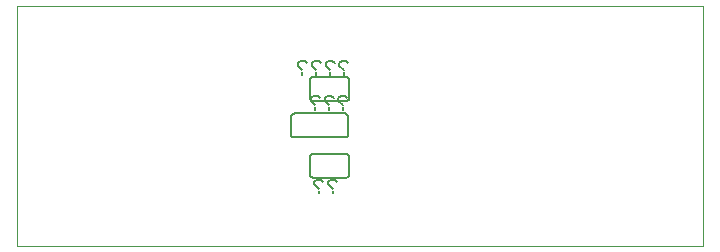
<source format=gbo>
G75*
%MOIN*%
%OFA0B0*%
%FSLAX25Y25*%
%IPPOS*%
%LPD*%
%AMOC8*
5,1,8,0,0,1.08239X$1,22.5*
%
%ADD10C,0.00000*%
%ADD11C,0.00600*%
%ADD12C,0.00500*%
D10*
X0001000Y0001300D02*
X0001000Y0081261D01*
X0229701Y0081261D01*
X0229701Y0001300D01*
X0001000Y0001300D01*
D11*
X0098662Y0025125D02*
X0098662Y0031125D01*
X0098664Y0031185D01*
X0098669Y0031246D01*
X0098678Y0031305D01*
X0098691Y0031364D01*
X0098707Y0031423D01*
X0098727Y0031480D01*
X0098750Y0031535D01*
X0098777Y0031590D01*
X0098806Y0031642D01*
X0098839Y0031693D01*
X0098875Y0031742D01*
X0098913Y0031788D01*
X0098955Y0031832D01*
X0098999Y0031874D01*
X0099045Y0031912D01*
X0099094Y0031948D01*
X0099145Y0031981D01*
X0099197Y0032010D01*
X0099252Y0032037D01*
X0099307Y0032060D01*
X0099364Y0032080D01*
X0099423Y0032096D01*
X0099482Y0032109D01*
X0099541Y0032118D01*
X0099602Y0032123D01*
X0099662Y0032125D01*
X0110662Y0032125D01*
X0110722Y0032123D01*
X0110783Y0032118D01*
X0110842Y0032109D01*
X0110901Y0032096D01*
X0110960Y0032080D01*
X0111017Y0032060D01*
X0111072Y0032037D01*
X0111127Y0032010D01*
X0111179Y0031981D01*
X0111230Y0031948D01*
X0111279Y0031912D01*
X0111325Y0031874D01*
X0111369Y0031832D01*
X0111411Y0031788D01*
X0111449Y0031742D01*
X0111485Y0031693D01*
X0111518Y0031642D01*
X0111547Y0031590D01*
X0111574Y0031535D01*
X0111597Y0031480D01*
X0111617Y0031423D01*
X0111633Y0031364D01*
X0111646Y0031305D01*
X0111655Y0031246D01*
X0111660Y0031185D01*
X0111662Y0031125D01*
X0111662Y0025125D01*
X0111660Y0025065D01*
X0111655Y0025004D01*
X0111646Y0024945D01*
X0111633Y0024886D01*
X0111617Y0024827D01*
X0111597Y0024770D01*
X0111574Y0024715D01*
X0111547Y0024660D01*
X0111518Y0024608D01*
X0111485Y0024557D01*
X0111449Y0024508D01*
X0111411Y0024462D01*
X0111369Y0024418D01*
X0111325Y0024376D01*
X0111279Y0024338D01*
X0111230Y0024302D01*
X0111179Y0024269D01*
X0111127Y0024240D01*
X0111072Y0024213D01*
X0111017Y0024190D01*
X0110960Y0024170D01*
X0110901Y0024154D01*
X0110842Y0024141D01*
X0110783Y0024132D01*
X0110722Y0024127D01*
X0110662Y0024125D01*
X0099662Y0024125D01*
X0099602Y0024127D01*
X0099541Y0024132D01*
X0099482Y0024141D01*
X0099423Y0024154D01*
X0099364Y0024170D01*
X0099307Y0024190D01*
X0099252Y0024213D01*
X0099197Y0024240D01*
X0099145Y0024269D01*
X0099094Y0024302D01*
X0099045Y0024338D01*
X0098999Y0024376D01*
X0098955Y0024418D01*
X0098913Y0024462D01*
X0098875Y0024508D01*
X0098839Y0024557D01*
X0098806Y0024608D01*
X0098777Y0024660D01*
X0098750Y0024715D01*
X0098727Y0024770D01*
X0098707Y0024827D01*
X0098691Y0024886D01*
X0098678Y0024945D01*
X0098669Y0025004D01*
X0098664Y0025065D01*
X0098662Y0025125D01*
X0093325Y0037475D02*
X0110325Y0037475D01*
X0110385Y0037477D01*
X0110446Y0037482D01*
X0110505Y0037491D01*
X0110564Y0037504D01*
X0110623Y0037520D01*
X0110680Y0037540D01*
X0110735Y0037563D01*
X0110790Y0037590D01*
X0110842Y0037619D01*
X0110893Y0037652D01*
X0110942Y0037688D01*
X0110988Y0037726D01*
X0111032Y0037768D01*
X0111074Y0037812D01*
X0111112Y0037858D01*
X0111148Y0037907D01*
X0111181Y0037958D01*
X0111210Y0038010D01*
X0111237Y0038065D01*
X0111260Y0038120D01*
X0111280Y0038177D01*
X0111296Y0038236D01*
X0111309Y0038295D01*
X0111318Y0038354D01*
X0111323Y0038415D01*
X0111325Y0038475D01*
X0111325Y0044475D01*
X0111323Y0044535D01*
X0111318Y0044596D01*
X0111309Y0044655D01*
X0111296Y0044714D01*
X0111280Y0044773D01*
X0111260Y0044830D01*
X0111237Y0044885D01*
X0111210Y0044940D01*
X0111181Y0044992D01*
X0111148Y0045043D01*
X0111112Y0045092D01*
X0111074Y0045138D01*
X0111032Y0045182D01*
X0110988Y0045224D01*
X0110942Y0045262D01*
X0110893Y0045298D01*
X0110842Y0045331D01*
X0110790Y0045360D01*
X0110735Y0045387D01*
X0110680Y0045410D01*
X0110623Y0045430D01*
X0110564Y0045446D01*
X0110505Y0045459D01*
X0110446Y0045468D01*
X0110385Y0045473D01*
X0110325Y0045475D01*
X0093325Y0045475D01*
X0093265Y0045473D01*
X0093204Y0045468D01*
X0093145Y0045459D01*
X0093086Y0045446D01*
X0093027Y0045430D01*
X0092970Y0045410D01*
X0092915Y0045387D01*
X0092860Y0045360D01*
X0092808Y0045331D01*
X0092757Y0045298D01*
X0092708Y0045262D01*
X0092662Y0045224D01*
X0092618Y0045182D01*
X0092576Y0045138D01*
X0092538Y0045092D01*
X0092502Y0045043D01*
X0092469Y0044992D01*
X0092440Y0044940D01*
X0092413Y0044885D01*
X0092390Y0044830D01*
X0092370Y0044773D01*
X0092354Y0044714D01*
X0092341Y0044655D01*
X0092332Y0044596D01*
X0092327Y0044535D01*
X0092325Y0044475D01*
X0092325Y0038475D01*
X0092327Y0038415D01*
X0092332Y0038354D01*
X0092341Y0038295D01*
X0092354Y0038236D01*
X0092370Y0038177D01*
X0092390Y0038120D01*
X0092413Y0038065D01*
X0092440Y0038010D01*
X0092469Y0037958D01*
X0092502Y0037907D01*
X0092538Y0037858D01*
X0092576Y0037812D01*
X0092618Y0037768D01*
X0092662Y0037726D01*
X0092708Y0037688D01*
X0092757Y0037652D01*
X0092808Y0037619D01*
X0092860Y0037590D01*
X0092915Y0037563D01*
X0092970Y0037540D01*
X0093027Y0037520D01*
X0093086Y0037504D01*
X0093145Y0037491D01*
X0093204Y0037482D01*
X0093265Y0037477D01*
X0093325Y0037475D01*
X0099662Y0049712D02*
X0110662Y0049712D01*
X0110722Y0049714D01*
X0110783Y0049719D01*
X0110842Y0049728D01*
X0110901Y0049741D01*
X0110960Y0049757D01*
X0111017Y0049777D01*
X0111072Y0049800D01*
X0111127Y0049827D01*
X0111179Y0049856D01*
X0111230Y0049889D01*
X0111279Y0049925D01*
X0111325Y0049963D01*
X0111369Y0050005D01*
X0111411Y0050049D01*
X0111449Y0050095D01*
X0111485Y0050144D01*
X0111518Y0050195D01*
X0111547Y0050247D01*
X0111574Y0050302D01*
X0111597Y0050357D01*
X0111617Y0050414D01*
X0111633Y0050473D01*
X0111646Y0050532D01*
X0111655Y0050591D01*
X0111660Y0050652D01*
X0111662Y0050712D01*
X0111662Y0056712D01*
X0111660Y0056772D01*
X0111655Y0056833D01*
X0111646Y0056892D01*
X0111633Y0056951D01*
X0111617Y0057010D01*
X0111597Y0057067D01*
X0111574Y0057122D01*
X0111547Y0057177D01*
X0111518Y0057229D01*
X0111485Y0057280D01*
X0111449Y0057329D01*
X0111411Y0057375D01*
X0111369Y0057419D01*
X0111325Y0057461D01*
X0111279Y0057499D01*
X0111230Y0057535D01*
X0111179Y0057568D01*
X0111127Y0057597D01*
X0111072Y0057624D01*
X0111017Y0057647D01*
X0110960Y0057667D01*
X0110901Y0057683D01*
X0110842Y0057696D01*
X0110783Y0057705D01*
X0110722Y0057710D01*
X0110662Y0057712D01*
X0099662Y0057712D01*
X0099602Y0057710D01*
X0099541Y0057705D01*
X0099482Y0057696D01*
X0099423Y0057683D01*
X0099364Y0057667D01*
X0099307Y0057647D01*
X0099252Y0057624D01*
X0099197Y0057597D01*
X0099145Y0057568D01*
X0099094Y0057535D01*
X0099045Y0057499D01*
X0098999Y0057461D01*
X0098955Y0057419D01*
X0098913Y0057375D01*
X0098875Y0057329D01*
X0098839Y0057280D01*
X0098806Y0057229D01*
X0098777Y0057177D01*
X0098750Y0057122D01*
X0098727Y0057067D01*
X0098707Y0057010D01*
X0098691Y0056951D01*
X0098678Y0056892D01*
X0098669Y0056833D01*
X0098664Y0056772D01*
X0098662Y0056712D01*
X0098662Y0050712D01*
X0098664Y0050652D01*
X0098669Y0050591D01*
X0098678Y0050532D01*
X0098691Y0050473D01*
X0098707Y0050414D01*
X0098727Y0050357D01*
X0098750Y0050302D01*
X0098777Y0050247D01*
X0098806Y0050195D01*
X0098839Y0050144D01*
X0098875Y0050095D01*
X0098913Y0050049D01*
X0098955Y0050005D01*
X0098999Y0049963D01*
X0099045Y0049925D01*
X0099094Y0049889D01*
X0099145Y0049856D01*
X0099197Y0049827D01*
X0099252Y0049800D01*
X0099307Y0049777D01*
X0099364Y0049757D01*
X0099423Y0049741D01*
X0099482Y0049728D01*
X0099541Y0049719D01*
X0099602Y0049714D01*
X0099662Y0049712D01*
D12*
X0098865Y0049728D02*
X0098865Y0050478D01*
X0099615Y0051229D01*
X0101117Y0051229D01*
X0101867Y0050478D01*
X0103469Y0050478D02*
X0103469Y0049728D01*
X0104970Y0048226D01*
X0104970Y0047476D02*
X0104970Y0046725D01*
X0108072Y0049728D02*
X0109574Y0048226D01*
X0109574Y0047476D02*
X0109574Y0046725D01*
X0108072Y0049728D02*
X0108072Y0050478D01*
X0108823Y0051229D01*
X0110324Y0051229D01*
X0111075Y0050478D01*
X0106471Y0050478D02*
X0105720Y0051229D01*
X0104219Y0051229D01*
X0103469Y0050478D01*
X0100366Y0048226D02*
X0098865Y0049728D01*
X0100366Y0047476D02*
X0100366Y0046725D01*
X0100703Y0058462D02*
X0100703Y0059213D01*
X0100703Y0059964D02*
X0099202Y0061465D01*
X0099202Y0062216D01*
X0099953Y0062966D01*
X0101454Y0062966D01*
X0102205Y0062216D01*
X0103806Y0062216D02*
X0103806Y0061465D01*
X0105307Y0059964D01*
X0105307Y0059213D02*
X0105307Y0058462D01*
X0108410Y0061465D02*
X0109911Y0059964D01*
X0109911Y0059213D02*
X0109911Y0058462D01*
X0108410Y0061465D02*
X0108410Y0062216D01*
X0109161Y0062966D01*
X0110662Y0062966D01*
X0111412Y0062216D01*
X0106809Y0062216D02*
X0106058Y0062966D01*
X0104557Y0062966D01*
X0103806Y0062216D01*
X0097601Y0062216D02*
X0096850Y0062966D01*
X0095349Y0062966D01*
X0094598Y0062216D01*
X0094598Y0061465D01*
X0096099Y0059964D01*
X0096099Y0059213D02*
X0096099Y0058462D01*
X0100765Y0023379D02*
X0100014Y0022628D01*
X0100014Y0021878D01*
X0101515Y0020376D01*
X0101515Y0019626D02*
X0101515Y0018875D01*
X0106119Y0018875D02*
X0106119Y0019626D01*
X0106119Y0020376D02*
X0104618Y0021878D01*
X0104618Y0022628D01*
X0105368Y0023379D01*
X0106870Y0023379D01*
X0107620Y0022628D01*
X0103016Y0022628D02*
X0102266Y0023379D01*
X0100765Y0023379D01*
M02*

</source>
